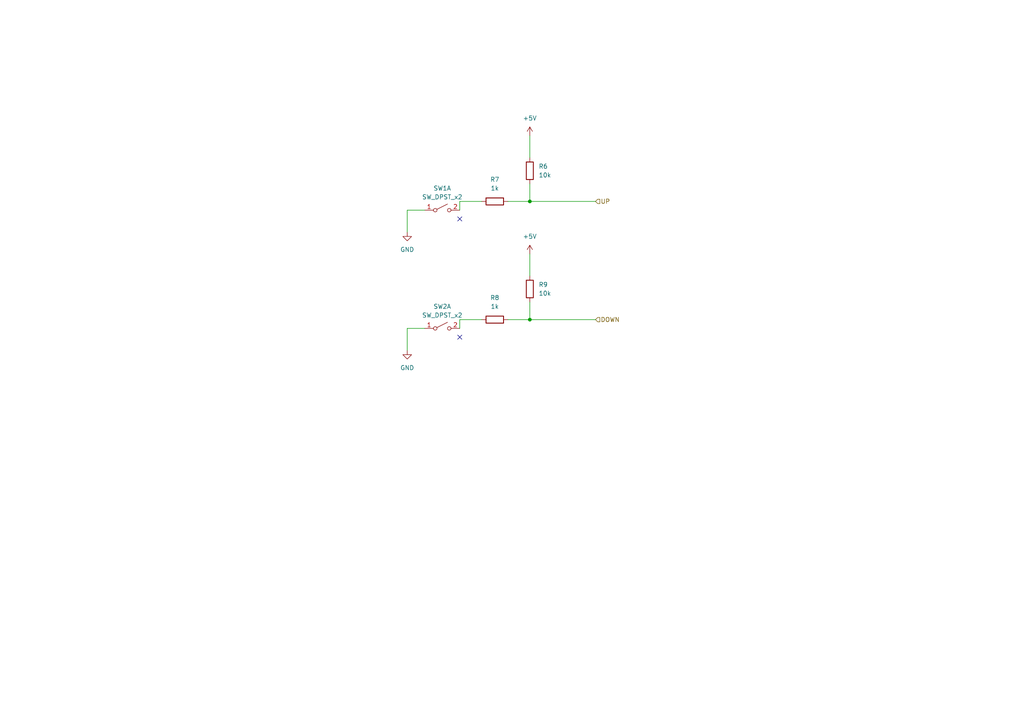
<source format=kicad_sch>
(kicad_sch (version 20231120) (generator "eeschema") (generator_version "8.0")
  (paper "A4")
  (lib_symbols
    (symbol "Device:R" (pin_numbers hide) (pin_names (offset 0))
      (property "Reference" "R" (at 2.032 0 90))
      (property "Value" "R" (at 0 0 90))
      (symbol "R_0_1"
        (rectangle (start -1.016 -2.54) (end 1.016 2.54) (stroke (width 0.254)))
      )
      (symbol "R_1_1"
        (pin passive line (at 0 3.81 270) (length 1.27) (name "~") (number "1"))
        (pin passive line (at 0 -3.81 90) (length 1.27) (name "~") (number "2"))
      )
    )
    (symbol "Switch:SW_DPST_x2" (pin_names (offset 0) hide)
      (property "Reference" "SW" (at 0 3.175 0))
      (property "Value" "SW_DPST_x2" (at 0 -2.54 0))
      (symbol "SW_DPST_x2_0_0"
        (circle (center -2.032 0) (radius 0.508))
        (polyline (pts (xy -1.524 0.254) (xy 1.524 1.778)))
        (circle (center 2.032 0) (radius 0.508))
      )
      (symbol "SW_DPST_x2_1_1"
        (pin passive line (at -5.08 0 0) (length 2.54) (name "A") (number "1"))
        (pin passive line (at 5.08 0 180) (length 2.54) (name "B") (number "2"))
      )
      (symbol "SW_DPST_x2_2_1"
        (pin passive line (at -5.08 0 0) (length 2.54) (name "A") (number "3"))
        (pin passive line (at 5.08 0 180) (length 2.54) (name "B") (number "4"))
      )
    )
    (symbol "power:+5V" (power) (pin_names (offset 0))
      (property "Value" "+5V" (at 0 3.556 0))
      (symbol "+5V_0_1"
        (polyline (pts (xy -0.762 1.27) (xy 0 2.54)))
        (polyline (pts (xy 0 0) (xy 0 2.54)))
        (polyline (pts (xy 0 2.54) (xy 0.762 1.27)))
      )
      (symbol "+5V_1_1"
        (pin power_in line (at 0 0 90) (length 0) hide (name "+5V") (number "1"))
      )
    )
    (symbol "power:GND" (power) (pin_names (offset 0))
      (property "Value" "GND" (at 0 -3.81 0))
      (symbol "GND_0_1"
        (polyline (pts (xy 0 0) (xy 0 -1.27) (xy 1.27 -1.27) (xy 0 -2.54) (xy -1.27 -1.27) (xy 0 -1.27)))
      )
      (symbol "GND_1_1"
        (pin power_in line (at 0 0 270) (length 0) hide (name "GND") (number "1"))
      )
    )
  )
  (junction (at 153.67 92.71))
  (junction (at 153.67 58.42))
  (no_connect (at 133.35 97.79))
  (no_connect (at 133.35 63.5))
  (wire (pts (xy 118.11 60.96) (xy 118.11 67.31)))
  (wire (pts (xy 123.19 60.96) (xy 118.11 60.96)))
  (wire (pts (xy 153.67 39.37) (xy 153.67 45.72)))
  (wire (pts (xy 153.67 87.63) (xy 153.67 92.71)))
  (wire (pts (xy 133.35 92.71) (xy 133.35 95.25)))
  (wire (pts (xy 123.19 95.25) (xy 118.11 95.25)))
  (wire (pts (xy 153.67 73.66) (xy 153.67 80.01)))
  (wire (pts (xy 118.11 95.25) (xy 118.11 101.6)))
  (wire (pts (xy 133.35 58.42) (xy 139.7 58.42)))
  (wire (pts (xy 133.35 92.71) (xy 139.7 92.71)))
  (wire (pts (xy 153.67 58.42) (xy 147.32 58.42)))
  (wire (pts (xy 153.67 92.71) (xy 172.72 92.71)))
  (wire (pts (xy 153.67 92.71) (xy 147.32 92.71)))
  (wire (pts (xy 153.67 53.34) (xy 153.67 58.42)))
  (wire (pts (xy 153.67 58.42) (xy 172.72 58.42)))
  (wire (pts (xy 133.35 58.42) (xy 133.35 60.96)))
  (hierarchical_label "DOWN" (shape input) (at 172.72 92.71 0))
  (hierarchical_label "UP" (shape input) (at 172.72 58.42 0))
  (symbol (lib_id "power:GND") (at 118.11 101.6 0) (unit 1)
    (property "Reference" "#PWR020" (effects (hide yes)))
    (property "Value" "GND" (at 118.11 106.68 0))
    (property "Description" "Power symbol creates a global label with name \"GND\" , ground" (effects (hide yes)))
  )
  (symbol (lib_id "Device:R") (at 143.51 92.71 270) (unit 1)
    (property "Reference" "R8" (at 143.51 86.36 90))
    (property "Value" "1k" (at 143.51 88.9 90))
    (property "Footprint" "Resistor_SMD:R_0603_1608Metric" (effects (hide yes)))
    (property "Description" "Resistor" (effects (hide yes)))
  )
  (symbol (lib_id "Device:R") (at 153.67 83.82 180) (unit 1)
    (property "Reference" "R9" (at 156.21 82.5499 0) (effects (justify right)))
    (property "Value" "10k" (at 156.21 85.0899 0) (effects (justify right)))
    (property "Footprint" "Resistor_SMD:R_0603_1608Metric" (effects (hide yes)))
    (property "Description" "Resistor" (effects (hide yes)))
  )
  (symbol (lib_id "Switch:SW_DPST_x2") (at 128.27 60.96 0) (unit 1)
    (property "Reference" "SW1" (at 128.27 54.61 0))
    (property "Value" "SW_DPST_x2" (at 128.27 57.15 0))
    (property "Footprint" "Button_Switch_SMD:SW_Push_SPST_NO_Alps_SKRK" (effects (hide yes)))
    (property "Description" "Single Pole Single Throw (SPST) switch, separate symbol" (effects (hide yes)))
  )
  (symbol (lib_id "power:+5V") (at 153.67 39.37 0) (unit 1)
    (property "Reference" "#PWR018" (effects (hide yes)))
    (property "Value" "+5V" (at 153.67 34.29 0))
    (property "Description" "Power symbol creates a global label with name \"+5V\"" (effects (hide yes)))
  )
  (symbol (lib_id "Device:R") (at 143.51 58.42 270) (unit 1)
    (property "Reference" "R7" (at 143.51 52.07 90))
    (property "Value" "1k" (at 143.51 54.61 90))
    (property "Footprint" "Resistor_SMD:R_0603_1608Metric" (effects (hide yes)))
    (property "Description" "Resistor" (effects (hide yes)))
  )
  (symbol (lib_id "Switch:SW_DPST_x2") (at 128.27 95.25 0) (unit 1)
    (property "Reference" "SW2" (at 128.27 88.9 0))
    (property "Value" "SW_DPST_x2" (at 128.27 91.44 0))
    (property "Footprint" "Button_Switch_SMD:SW_Push_SPST_NO_Alps_SKRK" (effects (hide yes)))
    (property "Description" "Single Pole Single Throw (SPST) switch, separate symbol" (effects (hide yes)))
  )
  (symbol (lib_id "Device:R") (at 153.67 49.53 180) (unit 1)
    (property "Reference" "R6" (at 156.21 48.2599 0) (effects (justify right)))
    (property "Value" "10k" (at 156.21 50.7999 0) (effects (justify right)))
    (property "Footprint" "Resistor_SMD:R_0603_1608Metric" (effects (hide yes)))
    (property "Description" "Resistor" (effects (hide yes)))
  )
  (symbol (lib_id "power:GND") (at 118.11 67.31 0) (unit 1)
    (property "Reference" "#PWR019" (effects (hide yes)))
    (property "Value" "GND" (at 118.11 72.39 0))
    (property "Description" "Power symbol creates a global label with name \"GND\" , ground" (effects (hide yes)))
  )
  (symbol (lib_id "power:+5V") (at 153.67 73.66 0) (unit 1)
    (property "Reference" "#PWR021" (effects (hide yes)))
    (property "Value" "+5V" (at 153.67 68.58 0))
    (property "Description" "Power symbol creates a global label with name \"+5V\"" (effects (hide yes)))
  )
)
</source>
